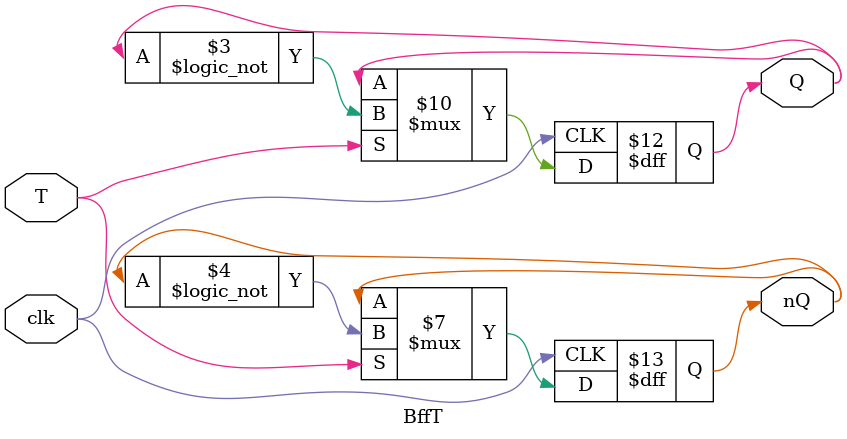
<source format=v>
`include "../E6/latchSR.v"

module ffT (
    T,  //Toggle
    clk,//Clock
    Q,  //Output
    nQ  //Inverse Output
);

//Deine Inputs
input T;
input clk;

//Define Outputs
output Q;
output nQ;

//Define Variables
wire T,clk;
wire Q,nQ;

wire R,S;

//Code
and(R,T,Q);
and(S,T,nQ);

latchSR latch (
    .R(R),
    .S(S),
    .clk(clk),
    .Q(Q),
    .nQ(nQ)
);

endmodule

//Behavioural programming of the module

module BffT (
    T,  //Toggle
    clk,//Clock
    Q,  //Output
    nQ  //Inverse Output
);

//Deine Inputs
input T;
input clk;

//Define Outputs
output Q;
output nQ;

//Define Variables
wire T,clk;
reg Q,nQ;

wire R,S;

//Code

initial begin
    Q = 0;
    nQ = 1;
end

always @(posedge clk) begin
    if(T == 1) begin
        Q = !Q;
        nQ = !nQ;
    end
end


endmodule
</source>
